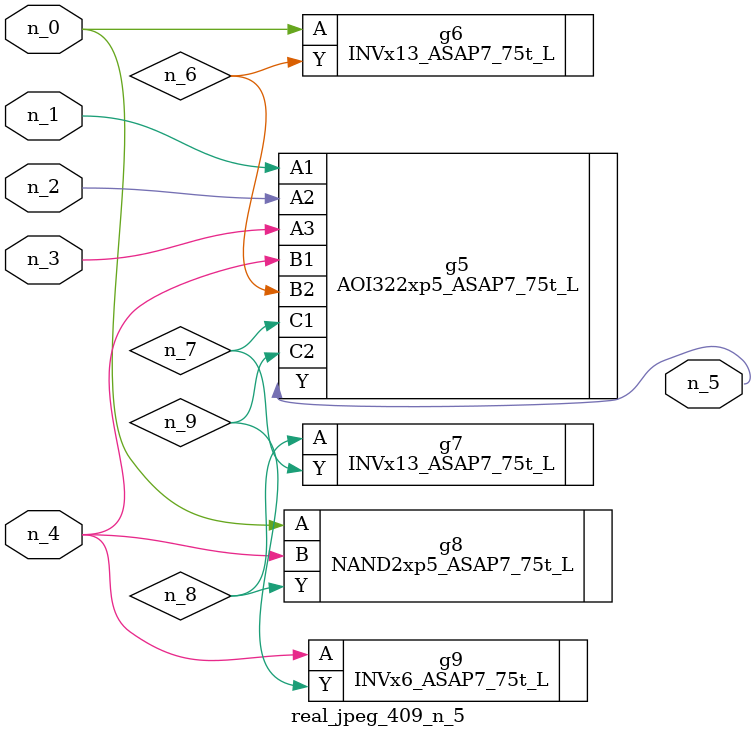
<source format=v>
module real_jpeg_409_n_5 (n_4, n_0, n_1, n_2, n_3, n_5);

input n_4;
input n_0;
input n_1;
input n_2;
input n_3;

output n_5;

wire n_8;
wire n_6;
wire n_7;
wire n_9;

INVx13_ASAP7_75t_L g6 ( 
.A(n_0),
.Y(n_6)
);

NAND2xp5_ASAP7_75t_L g8 ( 
.A(n_0),
.B(n_4),
.Y(n_8)
);

AOI322xp5_ASAP7_75t_L g5 ( 
.A1(n_1),
.A2(n_2),
.A3(n_3),
.B1(n_4),
.B2(n_6),
.C1(n_7),
.C2(n_9),
.Y(n_5)
);

INVx6_ASAP7_75t_L g9 ( 
.A(n_4),
.Y(n_9)
);

INVx13_ASAP7_75t_L g7 ( 
.A(n_8),
.Y(n_7)
);


endmodule
</source>
